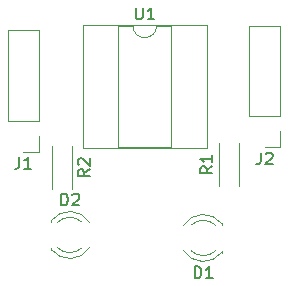
<source format=gbr>
G04 #@! TF.FileFunction,Legend,Top*
%FSLAX46Y46*%
G04 Gerber Fmt 4.6, Leading zero omitted, Abs format (unit mm)*
G04 Created by KiCad (PCBNEW 4.0.7) date 06/07/18 21:32:42*
%MOMM*%
%LPD*%
G01*
G04 APERTURE LIST*
%ADD10C,0.100000*%
%ADD11C,0.120000*%
%ADD12C,0.150000*%
G04 APERTURE END LIST*
D10*
D11*
X157337000Y-128972000D02*
G75*
G02X155337000Y-128972000I-1000000J0D01*
G01*
X155337000Y-128972000D02*
X154087000Y-128972000D01*
X154087000Y-128972000D02*
X154087000Y-139252000D01*
X154087000Y-139252000D02*
X158587000Y-139252000D01*
X158587000Y-139252000D02*
X158587000Y-128972000D01*
X158587000Y-128972000D02*
X157337000Y-128972000D01*
X151087000Y-128912000D02*
X151087000Y-139312000D01*
X151087000Y-139312000D02*
X161587000Y-139312000D01*
X161587000Y-139312000D02*
X161587000Y-128912000D01*
X161587000Y-128912000D02*
X151087000Y-128912000D01*
X147380000Y-137033000D02*
X147380000Y-129353000D01*
X147380000Y-129353000D02*
X144720000Y-129353000D01*
X144720000Y-129353000D02*
X144720000Y-137033000D01*
X144720000Y-137033000D02*
X147380000Y-137033000D01*
X147380000Y-138303000D02*
X147380000Y-139633000D01*
X147380000Y-139633000D02*
X146050000Y-139633000D01*
X159617665Y-148017608D02*
G75*
G03X162850000Y-148174516I1672335J1078608D01*
G01*
X159617665Y-145860392D02*
G75*
G02X162850000Y-145703484I1672335J-1078608D01*
G01*
X160248870Y-148018837D02*
G75*
G03X162330961Y-148019000I1041130J1079837D01*
G01*
X160248870Y-145859163D02*
G75*
G02X162330961Y-145859000I1041130J-1079837D01*
G01*
X162850000Y-148175000D02*
X162850000Y-148019000D01*
X162850000Y-145859000D02*
X162850000Y-145703000D01*
X151659335Y-145606392D02*
G75*
G03X148427000Y-145449484I-1672335J-1078608D01*
G01*
X151659335Y-147763608D02*
G75*
G02X148427000Y-147920516I-1672335J1078608D01*
G01*
X151028130Y-145605163D02*
G75*
G03X148946039Y-145605000I-1041130J-1079837D01*
G01*
X151028130Y-147764837D02*
G75*
G02X148946039Y-147765000I-1041130J1079837D01*
G01*
X148427000Y-145449000D02*
X148427000Y-145605000D01*
X148427000Y-147765000D02*
X148427000Y-147921000D01*
X167827000Y-136652000D02*
X167827000Y-128972000D01*
X167827000Y-128972000D02*
X165167000Y-128972000D01*
X165167000Y-128972000D02*
X165167000Y-136652000D01*
X165167000Y-136652000D02*
X167827000Y-136652000D01*
X167827000Y-137922000D02*
X167827000Y-139252000D01*
X167827000Y-139252000D02*
X166497000Y-139252000D01*
X162589000Y-142576000D02*
X162589000Y-138856000D01*
X164309000Y-142576000D02*
X164309000Y-138856000D01*
X150212000Y-139110000D02*
X150212000Y-142830000D01*
X148492000Y-139110000D02*
X148492000Y-142830000D01*
D12*
X155575095Y-127424381D02*
X155575095Y-128233905D01*
X155622714Y-128329143D01*
X155670333Y-128376762D01*
X155765571Y-128424381D01*
X155956048Y-128424381D01*
X156051286Y-128376762D01*
X156098905Y-128329143D01*
X156146524Y-128233905D01*
X156146524Y-127424381D01*
X157146524Y-128424381D02*
X156575095Y-128424381D01*
X156860809Y-128424381D02*
X156860809Y-127424381D01*
X156765571Y-127567238D01*
X156670333Y-127662476D01*
X156575095Y-127710095D01*
X145716667Y-140085381D02*
X145716667Y-140799667D01*
X145669047Y-140942524D01*
X145573809Y-141037762D01*
X145430952Y-141085381D01*
X145335714Y-141085381D01*
X146716667Y-141085381D02*
X146145238Y-141085381D01*
X146430952Y-141085381D02*
X146430952Y-140085381D01*
X146335714Y-140228238D01*
X146240476Y-140323476D01*
X146145238Y-140371095D01*
X160551905Y-150351381D02*
X160551905Y-149351381D01*
X160790000Y-149351381D01*
X160932858Y-149399000D01*
X161028096Y-149494238D01*
X161075715Y-149589476D01*
X161123334Y-149779952D01*
X161123334Y-149922810D01*
X161075715Y-150113286D01*
X161028096Y-150208524D01*
X160932858Y-150303762D01*
X160790000Y-150351381D01*
X160551905Y-150351381D01*
X162075715Y-150351381D02*
X161504286Y-150351381D01*
X161790000Y-150351381D02*
X161790000Y-149351381D01*
X161694762Y-149494238D01*
X161599524Y-149589476D01*
X161504286Y-149637095D01*
X149248905Y-144177381D02*
X149248905Y-143177381D01*
X149487000Y-143177381D01*
X149629858Y-143225000D01*
X149725096Y-143320238D01*
X149772715Y-143415476D01*
X149820334Y-143605952D01*
X149820334Y-143748810D01*
X149772715Y-143939286D01*
X149725096Y-144034524D01*
X149629858Y-144129762D01*
X149487000Y-144177381D01*
X149248905Y-144177381D01*
X150201286Y-143272619D02*
X150248905Y-143225000D01*
X150344143Y-143177381D01*
X150582239Y-143177381D01*
X150677477Y-143225000D01*
X150725096Y-143272619D01*
X150772715Y-143367857D01*
X150772715Y-143463095D01*
X150725096Y-143605952D01*
X150153667Y-144177381D01*
X150772715Y-144177381D01*
X166163667Y-139704381D02*
X166163667Y-140418667D01*
X166116047Y-140561524D01*
X166020809Y-140656762D01*
X165877952Y-140704381D01*
X165782714Y-140704381D01*
X166592238Y-139799619D02*
X166639857Y-139752000D01*
X166735095Y-139704381D01*
X166973191Y-139704381D01*
X167068429Y-139752000D01*
X167116048Y-139799619D01*
X167163667Y-139894857D01*
X167163667Y-139990095D01*
X167116048Y-140132952D01*
X166544619Y-140704381D01*
X167163667Y-140704381D01*
X162041381Y-140882666D02*
X161565190Y-141216000D01*
X162041381Y-141454095D02*
X161041381Y-141454095D01*
X161041381Y-141073142D01*
X161089000Y-140977904D01*
X161136619Y-140930285D01*
X161231857Y-140882666D01*
X161374714Y-140882666D01*
X161469952Y-140930285D01*
X161517571Y-140977904D01*
X161565190Y-141073142D01*
X161565190Y-141454095D01*
X162041381Y-139930285D02*
X162041381Y-140501714D01*
X162041381Y-140216000D02*
X161041381Y-140216000D01*
X161184238Y-140311238D01*
X161279476Y-140406476D01*
X161327095Y-140501714D01*
X151664381Y-141136666D02*
X151188190Y-141470000D01*
X151664381Y-141708095D02*
X150664381Y-141708095D01*
X150664381Y-141327142D01*
X150712000Y-141231904D01*
X150759619Y-141184285D01*
X150854857Y-141136666D01*
X150997714Y-141136666D01*
X151092952Y-141184285D01*
X151140571Y-141231904D01*
X151188190Y-141327142D01*
X151188190Y-141708095D01*
X150759619Y-140755714D02*
X150712000Y-140708095D01*
X150664381Y-140612857D01*
X150664381Y-140374761D01*
X150712000Y-140279523D01*
X150759619Y-140231904D01*
X150854857Y-140184285D01*
X150950095Y-140184285D01*
X151092952Y-140231904D01*
X151664381Y-140803333D01*
X151664381Y-140184285D01*
M02*

</source>
